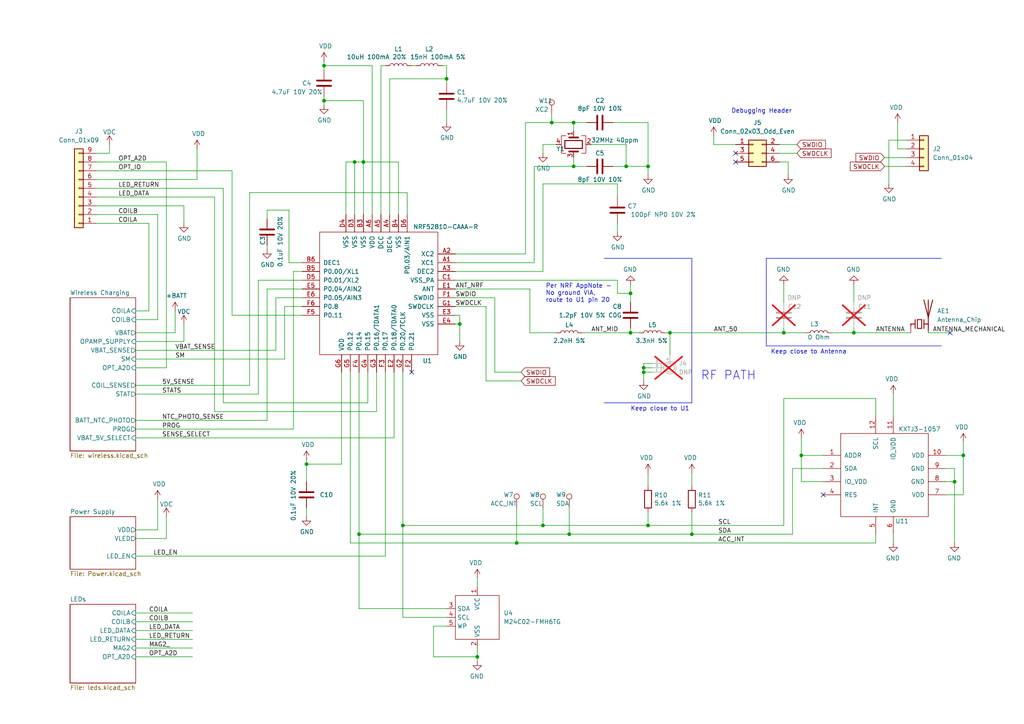
<source format=kicad_sch>
(kicad_sch (version 20250114) (generator "eeschema") (generator_version "9.0")
  (paper "A4")
  (title_block (title "Pixels D20 Schematic, Main") (date "2022-08-26") (rev "13") (company "Systemic Games, LLC") (comment 1 "Main MCU, Accelerometer and Radio"))
  (lib_symbols
    (symbol "Connector_Generic:Conn_01x04" (pin_names (offset 1.016) (hide yes))
      (property "Reference" "J" (at 0 5.08 0))
      (property "Value" "Conn_01x04" (at 0 -7.62 0))
      (symbol "Conn_01x04_1_1"
        (rectangle (start -1.27 3.81) (end 1.27 -6.35) (stroke (width 0.254)) (fill (type background)))
        (rectangle (start -1.27 2.667) (end 0 2.413) (stroke (width 0.1524)))
        (rectangle (start -1.27 0.127) (end 0 -0.127) (stroke (width 0.1524)))
        (rectangle (start -1.27 -2.413) (end 0 -2.667) (stroke (width 0.1524)))
        (rectangle (start -1.27 -4.953) (end 0 -5.207) (stroke (width 0.1524)))
        (pin passive line (at -5.08 2.54 0) (length 3.81) (name "Pin_1") (number "1"))
        (pin passive line (at -5.08 0 0) (length 3.81) (name "Pin_2") (number "2"))
        (pin passive line (at -5.08 -2.54 0) (length 3.81) (name "Pin_3") (number "3"))
        (pin passive line (at -5.08 -5.08 0) (length 3.81) (name "Pin_4") (number "4"))
      )
    )
    (symbol "Connector_Generic:Conn_01x09" (pin_names (offset 1.016) (hide yes))
      (property "Reference" "J" (at 0 12.7 0))
      (property "Value" "Conn_01x09" (at 0 -12.7 0))
      (symbol "Conn_01x09_1_1"
        (rectangle (start -1.27 11.43) (end 1.27 -11.43) (stroke (width 0.254)) (fill (type background)))
        (rectangle (start -1.27 10.287) (end 0 10.033) (stroke (width 0.1524)))
        (rectangle (start -1.27 7.747) (end 0 7.493) (stroke (width 0.1524)))
        (rectangle (start -1.27 5.207) (end 0 4.953) (stroke (width 0.1524)))
        (rectangle (start -1.27 2.667) (end 0 2.413) (stroke (width 0.1524)))
        (rectangle (start -1.27 0.127) (end 0 -0.127) (stroke (width 0.1524)))
        (rectangle (start -1.27 -2.413) (end 0 -2.667) (stroke (width 0.1524)))
        (rectangle (start -1.27 -4.953) (end 0 -5.207) (stroke (width 0.1524)))
        (rectangle (start -1.27 -7.493) (end 0 -7.747) (stroke (width 0.1524)))
        (rectangle (start -1.27 -10.033) (end 0 -10.287) (stroke (width 0.1524)))
        (pin passive line (at -5.08 10.16 0) (length 3.81) (name "Pin_1") (number "1"))
        (pin passive line (at -5.08 7.62 0) (length 3.81) (name "Pin_2") (number "2"))
        (pin passive line (at -5.08 5.08 0) (length 3.81) (name "Pin_3") (number "3"))
        (pin passive line (at -5.08 2.54 0) (length 3.81) (name "Pin_4") (number "4"))
        (pin passive line (at -5.08 0 0) (length 3.81) (name "Pin_5") (number "5"))
        (pin passive line (at -5.08 -2.54 0) (length 3.81) (name "Pin_6") (number "6"))
        (pin passive line (at -5.08 -5.08 0) (length 3.81) (name "Pin_7") (number "7"))
        (pin passive line (at -5.08 -7.62 0) (length 3.81) (name "Pin_8") (number "8"))
        (pin passive line (at -5.08 -10.16 0) (length 3.81) (name "Pin_9") (number "9"))
      )
    )
    (symbol "Connector_Generic:Conn_02x03_Odd_Even" (pin_names (offset 1.016) (hide yes))
      (property "Reference" "J" (at 1.27 5.08 0))
      (property "Value" "Conn_02x03_Odd_Even" (at 1.27 -5.08 0))
      (symbol "Conn_02x03_Odd_Even_1_1"
        (rectangle (start -1.27 3.81) (end 3.81 -3.81) (stroke (width 0.254)) (fill (type background)))
        (rectangle (start -1.27 2.667) (end 0 2.413) (stroke (width 0.1524)))
        (rectangle (start -1.27 0.127) (end 0 -0.127) (stroke (width 0.1524)))
        (rectangle (start -1.27 -2.413) (end 0 -2.667) (stroke (width 0.1524)))
        (rectangle (start 3.81 2.667) (end 2.54 2.413) (stroke (width 0.1524)))
        (rectangle (start 3.81 0.127) (end 2.54 -0.127) (stroke (width 0.1524)))
        (rectangle (start 3.81 -2.413) (end 2.54 -2.667) (stroke (width 0.1524)))
        (pin passive line (at -5.08 2.54 0) (length 3.81) (name "Pin_1") (number "1"))
        (pin passive line (at -5.08 0 0) (length 3.81) (name "Pin_3") (number "3"))
        (pin passive line (at -5.08 -2.54 0) (length 3.81) (name "Pin_5") (number "5"))
        (pin passive line (at 7.62 2.54 180) (length 3.81) (name "Pin_2") (number "2"))
        (pin passive line (at 7.62 0 180) (length 3.81) (name "Pin_4") (number "4"))
        (pin passive line (at 7.62 -2.54 180) (length 3.81) (name "Pin_6") (number "6"))
      )
    )
    (symbol "Device:Antenna_Chip" (pin_numbers (hide yes)) (pin_names (offset 1.016) (hide yes))
      (property "Reference" "AE" (at 0 5.08 0))
      (property "Value" "Antenna_Chip" (at 0 3.175 0))
      (symbol "Antenna_Chip_0_1"
        (polyline (pts (xy -2.54 0) (xy -2.54 -0.635)) (stroke (width 0.254)))
        (polyline (pts (xy -2.54 0) (xy -1.27 0)) (stroke (width 0.254)))
        (polyline (pts (xy -1.27 1.27) (xy -1.27 -1.27) (xy -1.27 0)) (stroke (width 0.254)))
        (polyline (pts (xy -0.635 1.27) (xy 0.635 1.27) (xy 0.635 -1.27) (xy -0.635 -1.27) (xy -0.635 1.27)) (stroke (width 0.254)))
        (polyline (pts (xy 1.27 1.27) (xy 1.27 -1.27)) (stroke (width 0.254)))
        (polyline (pts (xy 1.27 0) (xy 2.54 0)) (stroke (width 0.254)))
        (polyline (pts (xy 2.54 6.985) (xy 2.54 -1.905)) (stroke (width 0.254)))
        (polyline (pts (xy 2.54 -0.635) (xy 2.54 0)))
        (polyline (pts (xy 3.81 6.985) (xy 2.54 1.905) (xy 1.27 6.985)) (stroke (width 0.254)))
      )
      (symbol "Antenna_Chip_1_1"
        (pin input line (at -2.54 -2.54 90) (length 2.54) (name "FEED") (number "1"))
        (pin passive line (at 2.54 -2.54 90) (length 2.54) (name "PCB_Trace") (number "2"))
      )
    )
    (symbol "Device:C" (pin_numbers (hide yes)) (pin_names (offset 0.254))
      (property "Reference" "C" (at 0.635 2.54 0))
      (property "Value" "C" (at 0.635 -2.54 0))
      (symbol "C_0_1"
        (polyline (pts (xy -2.032 0.762) (xy 2.032 0.762)) (stroke (width 0.508)))
        (polyline (pts (xy -2.032 -0.762) (xy 2.032 -0.762)) (stroke (width 0.508)))
      )
      (symbol "C_1_1"
        (pin passive line (at 0 3.81 270) (length 2.794) (name "~") (number "1"))
        (pin passive line (at 0 -3.81 90) (length 2.794) (name "~") (number "2"))
      )
    )
    (symbol "Device:Crystal_GND24" (pin_names (offset 1.016) (hide yes))
      (property "Reference" "Y" (at 3.175 5.08 0))
      (property "Value" "Crystal_GND24" (at 3.175 3.175 0))
      (symbol "Crystal_GND24_0_1"
        (polyline (pts (xy -2.54 2.286) (xy -2.54 3.556) (xy 2.54 3.556) (xy 2.54 2.286)))
        (polyline (pts (xy -2.54 0) (xy -2.032 0)))
        (polyline (pts (xy -2.54 -2.286) (xy -2.54 -3.556) (xy 2.54 -3.556) (xy 2.54 -2.286)))
        (polyline (pts (xy -2.032 -1.27) (xy -2.032 1.27)) (stroke (width 0.508)))
        (rectangle (start -1.143 2.54) (end 1.143 -2.54) (stroke (width 0.3048)))
        (polyline (pts (xy 0 3.556) (xy 0 3.81)))
        (polyline (pts (xy 0 -3.81) (xy 0 -3.556)))
        (polyline (pts (xy 2.032 0) (xy 2.54 0)))
        (polyline (pts (xy 2.032 -1.27) (xy 2.032 1.27)) (stroke (width 0.508)))
      )
      (symbol "Crystal_GND24_1_1"
        (pin passive line (at -3.81 0 0) (length 1.27) (name "1") (number "1"))
        (pin passive line (at 0 5.08 270) (length 1.27) (name "2") (number "2"))
        (pin passive line (at 0 -5.08 90) (length 1.27) (name "4") (number "4"))
        (pin passive line (at 3.81 0 180) (length 1.27) (name "3") (number "3"))
      )
    )
    (symbol "Device:L" (pin_numbers (hide yes)) (pin_names (offset 1.016) (hide yes))
      (property "Reference" "L" (at -1.27 0 90))
      (property "Value" "L" (at 1.905 0 90))
      (symbol "L_0_1"
        (arc (start 0 2.54) (mid 0.6323 1.905) (end 0 1.27))
        (arc (start 0 1.27) (mid 0.6323 0.635) (end 0 0))
        (arc (start 0 0) (mid 0.6323 -0.635) (end 0 -1.27))
        (arc (start 0 -1.27) (mid 0.6323 -1.905) (end 0 -2.54))
      )
      (symbol "L_1_1"
        (pin passive line (at 0 3.81 270) (length 1.27) (name "1") (number "1"))
        (pin passive line (at 0 -3.81 90) (length 1.27) (name "2") (number "2"))
      )
    )
    (symbol "Device:R" (pin_numbers (hide yes)) (pin_names (offset 0))
      (property "Reference" "R" (at 2.032 0 90))
      (property "Value" "R" (at 0 0 90))
      (symbol "R_0_1"
        (rectangle (start -1.016 -2.54) (end 1.016 2.54) (stroke (width 0.254)))
      )
      (symbol "R_1_1"
        (pin passive line (at 0 3.81 270) (length 1.27) (name "~") (number "1"))
        (pin passive line (at 0 -3.81 90) (length 1.27) (name "~") (number "2"))
      )
    )
    (symbol "Pixels-dice:KXTJ3-1057" (pin_names (offset 1.016))
      (property "Reference" "U" (at 10.16 -12.7 0))
      (property "Value" "KXTJ3-1057" (at 8.89 13.97 0))
      (symbol "KXTJ3-1057_0_1"
        (rectangle (start -12.7 12.7) (end 12.7 -11.43))
      )
      (symbol "KXTJ3-1057_1_1"
        (pin input line (at -17.78 6.35 0) (length 5.08) (name "ADDR") (number "1"))
        (pin bidirectional line (at -17.78 2.54 0) (length 5.08) (name "SDA") (number "2"))
        (pin power_in line (at -17.78 -1.27 0) (length 5.08) (name "IO_VDD") (number "3"))
        (pin passive line (at -17.78 -5.08 0) (length 5.08) (name "RES") (number "4"))
        (pin input line (at -2.54 17.78 270) (length 5.08) (name "SCL") (number "12"))
        (pin output line (at -2.54 -16.51 90) (length 5.08) (name "INT") (number "5"))
        (pin power_in line (at 2.54 17.78 270) (length 5.08) (name "IO_VDD") (number "11"))
        (pin power_in line (at 2.54 -16.51 90) (length 5.08) (name "GND") (number "6"))
        (pin power_in line (at 17.78 6.35 180) (length 5.08) (name "VDD") (number "10"))
        (pin power_in line (at 17.78 2.54 180) (length 5.08) (name "GND") (number "9"))
        (pin power_in line (at 17.78 -1.27 180) (length 5.08) (name "GND") (number "8"))
        (pin power_in line (at 17.78 -5.08 180) (length 5.08) (name "VDD") (number "7"))
      )
    )
    (symbol "Pixels-dice:M24C02-FMH6TG"
      (property "Reference" "U" (at 7.62 1.524 0))
      (property "Value" "M24C02-FMH6TG" (at 15.24 -1.524 0))
      (symbol "M24C02-FMH6TG_0_1"
        (rectangle (start -6.35 6.35) (end 6.35 -6.35))
      )
      (symbol "M24C02-FMH6TG_1_1"
        (pin bidirectional line (at -8.89 2.54 0) (length 2.54) (name "SDA") (number "3"))
        (pin input line (at -8.89 0 0) (length 2.54) (name "SCL") (number "4"))
        (pin input line (at -8.89 -2.54 0) (length 2.54) (name "WP") (number "5"))
        (pin power_in line (at 0 8.89 270) (length 2.54) (name "VCC") (number "1"))
        (pin power_in line (at 0 -8.89 90) (length 2.54) (name "VSS") (number "2"))
      )
    )
    (symbol "Pixels-dice:NRF52811-CAAA-R" (pin_names (offset 1.016))
      (property "Reference" "U" (at 13.97 -19.05 0))
      (property "Value" "NRF52811-CAAA-R" (at -7.62 11.43 0))
      (symbol "NRF52811-CAAA-R_0_1"
        (rectangle (start -17.78 17.78) (end 16.51 -17.78))
      )
      (symbol "NRF52811-CAAA-R_1_1"
        (pin power_out line (at -22.86 8.89 0) (length 5.08) (name "DEC1") (number "B6"))
        (pin bidirectional line (at -22.86 6.35 0) (length 5.08) (name "P0.00/XL1") (number "B5"))
        (pin bidirectional line (at -22.86 3.81 0) (length 5.08) (name "P0.01/XL2") (number "D5"))
        (pin bidirectional line (at -22.86 1.27 0) (length 5.08) (name "P0.04/AIN2") (number "E5"))
        (pin bidirectional line (at -22.86 -1.27 0) (length 5.08) (name "P0.05/AIN3") (number "E6"))
        (pin bidirectional line (at -22.86 -3.81 0) (length 5.08) (name "P0.8") (number "F6"))
        (pin bidirectional line (at -22.86 -6.35 0) (length 5.08) (name "P0.11") (number "F5"))
        (pin power_in line (at -11.43 -22.86 90) (length 5.08) (name "VDD") (number "G6"))
        (pin power_in line (at -10.16 22.86 270) (length 5.08) (name "VSS") (number "D4"))
        (pin bidirectional line (at -8.89 -22.86 90) (length 5.08) (name "P0.12") (number "G5"))
        (pin power_in line (at -7.62 22.86 270) (length 5.08) (name "VSS") (number "D3"))
        (pin bidirectional line (at -6.35 -22.86 90) (length 5.08) (name "P0.14") (number "F4"))
        (pin power_in line (at -5.08 22.86 270) (length 5.08) (name "VSS") (number "B3"))
        (pin bidirectional line (at -3.81 -22.86 90) (length 5.08) (name "P0.15") (number "G4"))
        (pin power_in line (at -2.54 22.86 270) (length 5.08) (name "VDD") (number "A6"))
        (pin bidirectional line (at -1.27 -22.86 90) (length 5.08) (name "P0.16/TDATA1") (number "G3"))
        (pin output line (at 0 22.86 270) (length 5.08) (name "DCC") (number "A5"))
        (pin bidirectional line (at 1.27 -22.86 90) (length 5.08) (name "P0.17") (number "F3"))
        (pin output line (at 2.54 22.86 270) (length 5.08) (name "DEC4") (number "A4"))
        (pin bidirectional line (at 3.81 -22.86 90) (length 5.08) (name "P0.18/TDATA0") (number "E2"))
        (pin output line (at 5.08 22.86 270) (length 5.08) (name "VSS") (number "B4"))
        (pin bidirectional line (at 6.35 -22.86 90) (length 5.08) (name "P0.20/TCLK") (number "G2"))
        (pin bidirectional line (at 7.62 22.86 270) (length 5.08) (name "P0.03/AIN1") (number "D6"))
        (pin bidirectional line (at 8.89 -22.86 90) (length 5.08) (name "P0.21") (number "F2"))
        (pin input line (at 21.59 11.43 180) (length 5.08) (name "XC2") (number "A2"))
        (pin output line (at 21.59 8.89 180) (length 5.08) (name "XC1") (number "A1"))
        (pin output line (at 21.59 6.35 180) (length 5.08) (name "DEC2") (number "A3"))
        (pin power_in line (at 21.59 3.81 180) (length 5.08) (name "VSS_PA") (number "C1"))
        (pin output line (at 21.59 1.27 180) (length 5.08) (name "ANT") (number "E1"))
        (pin bidirectional line (at 21.59 -1.27 180) (length 5.08) (name "SWDIO") (number "F1"))
        (pin bidirectional line (at 21.59 -3.81 180) (length 5.08) (name "SWDCLK") (number "G1"))
        (pin power_in line (at 21.59 -6.35 180) (length 5.08) (name "VSS") (number "E3"))
        (pin power_in line (at 21.59 -8.89 180) (length 5.08) (name "VSS") (number "E4"))
      )
    )
    (symbol "Pixels-dice:TEST_1P-conn" (pin_numbers (hide yes)) (pin_names (offset 0.762) (hide yes))
      (property "Reference" "W" (at 0 6.858 0))
      (property "Value" "TEST_1P-conn" (at 0 5.08 0))
      (symbol "TEST_1P-conn_0_1"
        (circle (center 0 3.302) (radius 0.762))
      )
      (symbol "TEST_1P-conn_1_1"
        (pin passive line (at 0 0 90) (length 2.54) (name "1") (number "1"))
      )
    )
    (symbol "Pixels-dice:W.FL"
      (property "Reference" "J" (at 3.81 -1.27 0))
      (property "Value" "W.FL" (at 4.445 1.27 0))
      (symbol "W.FL_0_1"
        (polyline (pts (xy -1.27 -2.54) (xy 1.27 -2.54)))
        (circle (center 0 0) (radius 1.27))
        (circle (center 0 0) (radius 1.7961))
        (polyline (pts (xy 0 -2.54) (xy 0 -1.905)))
      )
      (symbol "W.FL_1_1"
        (pin passive line (at -3.81 0 0) (length 2.54) (name "RF") (number "4"))
        (pin passive line (at -1.27 -5.08 90) (length 2.54) (name "") (number "2"))
        (pin passive line (at 0 -5.08 90) (length 2.54) (name "") (number "3"))
        (pin passive line (at 1.27 -5.08 90) (length 2.54) (name "") (number "1"))
      )
    )
    (symbol "power:+BATT" (power) (pin_names (offset 0))
      (property "Value" "+BATT" (at 0 3.556 0))
      (symbol "+BATT_0_1"
        (polyline (pts (xy -0.762 1.27) (xy 0 2.54)))
        (polyline (pts (xy 0 2.54) (xy 0.762 1.27)))
        (polyline (pts (xy 0 0) (xy 0 2.54)))
      )
      (symbol "+BATT_1_1"
        (pin power_in line (at 0 0 90) (length 0) (hide yes) (name "+BATT") (number "1"))
      )
    )
    (symbol "power:GND" (power) (pin_names (offset 0))
      (property "Value" "GND" (at 0 -3.81 0))
      (symbol "GND_0_1"
        (polyline (pts (xy 0 0) (xy 0 -1.27) (xy 1.27 -1.27) (xy 0 -2.54) (xy -1.27 -1.27) (xy 0 -1.27)))
      )
      (symbol "GND_1_1"
        (pin power_in line (at 0 0 270) (length 0) (hide yes) (name "GND") (number "1"))
      )
    )
    (symbol "power:VDC" (power) (pin_names (offset 0))
      (property "Value" "VDC" (at 0 6.35 0))
      (symbol "VDC_0_1"
        (polyline (pts (xy -0.762 1.27) (xy 0 2.54)))
        (polyline (pts (xy 0 2.54) (xy 0.762 1.27)))
        (polyline (pts (xy 0 0) (xy 0 2.54)))
      )
      (symbol "VDC_1_1"
        (pin power_in line (at 0 0 90) (length 0) (hide yes) (name "VDC") (number "1"))
      )
    )
    (symbol "power:VDD" (power) (pin_names (offset 0))
      (property "Value" "VDD" (at 0 3.81 0))
      (symbol "VDD_0_1"
        (polyline (pts (xy -0.762 1.27) (xy 0 2.54)))
        (polyline (pts (xy 0 2.54) (xy 0.762 1.27)))
        (polyline (pts (xy 0 0) (xy 0 2.54)))
      )
      (symbol "VDD_1_1"
        (pin power_in line (at 0 0 90) (length 0) (hide yes) (name "VDD") (number "1"))
      )
    )
  )
  (text "Per NRF AppNote -\nNo ground VIA,\nroute to U1 pin 20" (at 158.242 87.884 0) (effects (font (size 1.27 1.27)) (justify left bottom)))
  (text "RF PATH" (at 203.2 110.49 0) (effects (font (size 2.54 2.54)) (justify left bottom)))
  (text "Keep close to Antenna" (at 223.52 102.87 0) (effects (font (size 1.27 1.27)) (justify left bottom)))
  (text "Debugging Header" (at 212.09 33.02 0) (effects (font (size 1.27 1.27)) (justify left bottom)))
  (text "Keep close to U1" (at 182.88 119.38 0) (effects (font (size 1.27 1.27)) (justify left bottom)))
  (junction (at 138.43 190.5))
  (junction (at 105.41 46.99))
  (junction (at 181.61 48.26))
  (junction (at 276.86 139.7))
  (junction (at 194.31 96.52))
  (junction (at 232.41 132.08))
  (junction (at 160.02 35.56))
  (junction (at 187.96 152.4))
  (junction (at 166.37 48.26))
  (junction (at 149.86 157.48))
  (junction (at 104.14 154.94))
  (junction (at 165.1 154.94))
  (junction (at 200.66 154.94))
  (junction (at 182.88 96.52))
  (junction (at 227.33 96.52))
  (junction (at 116.84 152.4))
  (junction (at 129.54 22.86))
  (junction (at 182.88 85.09))
  (junction (at 93.98 19.05))
  (junction (at 88.9 134.62))
  (junction (at 247.65 96.52))
  (junction (at 187.96 48.26))
  (junction (at 133.35 93.98))
  (junction (at 157.48 152.4))
  (junction (at 93.98 29.21))
  (junction (at 279.4 132.08))
  (junction (at 102.87 46.99))
  (junction (at 186.69 107.95))
  (junction (at 166.37 35.56))
  (junction (at 186.69 106.68))
  (no_connect (at 238.76 143.51))
  (no_connect (at 275.59 96.52))
  (no_connect (at 213.36 44.45))
  (no_connect (at 119.38 107.95))
  (no_connect (at 213.36 46.99))
  (wire (pts (xy 274.32 139.7) (xy 276.86 139.7)))
  (wire (pts (xy 105.41 29.21) (xy 93.98 29.21)))
  (wire (pts (xy 105.41 62.23) (xy 105.41 46.99)))
  (wire (pts (xy 125.73 190.5) (xy 138.43 190.5)))
  (wire (pts (xy 149.86 147.32) (xy 149.86 157.48)))
  (wire (pts (xy 181.61 41.91) (xy 181.61 48.26)))
  (wire (pts (xy 160.02 35.56) (xy 166.37 35.56)))
  (wire (pts (xy 256.54 45.72) (xy 262.89 45.72)))
  (wire (pts (xy 39.37 187.96) (xy 55.88 187.96)))
  (wire (pts (xy 154.94 76.2) (xy 154.94 48.26)))
  (wire (pts (xy 93.98 17.78) (xy 93.98 19.05)))
  (wire (pts (xy 48.26 149.86) (xy 48.26 156.21)))
  (wire (pts (xy 177.8 48.26) (xy 181.61 48.26)))
  (wire (pts (xy 140.97 110.49) (xy 151.13 110.49)))
  (wire (pts (xy 132.08 73.66) (xy 152.4 73.66)))
  (wire (pts (xy 74.93 81.28) (xy 87.63 81.28)))
  (wire (pts (xy 77.47 83.82) (xy 77.47 121.92)))
  (wire (pts (xy 259.08 154.94) (xy 259.08 157.48)))
  (polyline (pts (xy 222.25 74.93) (xy 222.25 100.33)))
  (wire (pts (xy 39.37 104.14) (xy 82.55 104.14)))
  (wire (pts (xy 129.54 176.53) (xy 104.14 176.53)))
  (wire (pts (xy 187.96 35.56) (xy 187.96 48.26)))
  (wire (pts (xy 166.37 35.56) (xy 170.18 35.56)))
  (wire (pts (xy 189.23 106.68) (xy 186.69 106.68)))
  (wire (pts (xy 39.37 114.3) (xy 74.93 114.3)))
  (wire (pts (xy 213.36 41.91) (xy 207.01 41.91)))
  (polyline (pts (xy 222.25 100.33) (xy 273.05 100.33)))
  (wire (pts (xy 27.94 46.99) (xy 48.26 46.99)))
  (wire (pts (xy 39.37 190.5) (xy 55.88 190.5)))
  (wire (pts (xy 132.08 83.82) (xy 153.67 83.82)))
  (wire (pts (xy 39.37 156.21) (xy 48.26 156.21)))
  (wire (pts (xy 257.81 40.64) (xy 257.81 53.34)))
  (wire (pts (xy 116.84 152.4) (xy 116.84 179.07)))
  (wire (pts (xy 254 120.65) (xy 254 115.57)))
  (wire (pts (xy 186.69 105.41) (xy 186.69 106.68)))
  (wire (pts (xy 27.94 64.77) (xy 43.18 64.77)))
  (wire (pts (xy 27.94 57.15) (xy 62.23 57.15)))
  (wire (pts (xy 118.11 55.88) (xy 118.11 62.23)))
  (wire (pts (xy 116.84 107.95) (xy 116.84 152.4)))
  (wire (pts (xy 129.54 31.75) (xy 129.54 35.56)))
  (wire (pts (xy 39.37 111.76) (xy 72.39 111.76)))
  (wire (pts (xy 111.76 19.05) (xy 110.49 19.05)))
  (wire (pts (xy 88.9 134.62) (xy 88.9 139.7)))
  (wire (pts (xy 132.08 81.28) (xy 179.07 81.28)))
  (wire (pts (xy 77.47 83.82) (xy 87.63 83.82)))
  (wire (pts (xy 228.6 46.99) (xy 228.6 50.8)))
  (wire (pts (xy 88.9 134.62) (xy 99.06 134.62)))
  (wire (pts (xy 149.86 157.48) (xy 254 157.48)))
  (wire (pts (xy 39.37 127) (xy 114.3 127)))
  (wire (pts (xy 62.23 119.38) (xy 109.22 119.38)))
  (wire (pts (xy 152.4 73.66) (xy 152.4 35.56)))
  (wire (pts (xy 226.06 44.45) (xy 231.14 44.45)))
  (wire (pts (xy 53.34 93.98) (xy 53.34 99.06)))
  (wire (pts (xy 45.72 92.71) (xy 39.37 92.71)))
  (wire (pts (xy 179.07 85.09) (xy 182.88 85.09)))
  (wire (pts (xy 274.32 135.89) (xy 276.86 135.89)))
  (wire (pts (xy 132.08 86.36) (xy 143.51 86.36)))
  (wire (pts (xy 276.86 139.7) (xy 276.86 157.48)))
  (wire (pts (xy 102.87 46.99) (xy 105.41 46.99)))
  (wire (pts (xy 57.15 52.07) (xy 27.94 52.07)))
  (wire (pts (xy 153.67 96.52) (xy 161.29 96.52)))
  (wire (pts (xy 39.37 106.68) (xy 48.26 106.68)))
  (wire (pts (xy 238.76 139.7) (xy 232.41 139.7)))
  (wire (pts (xy 133.35 91.44) (xy 133.35 93.98)))
  (wire (pts (xy 88.9 134.62) (xy 88.9 133.35)))
  (wire (pts (xy 102.87 46.99) (xy 102.87 62.23)))
  (wire (pts (xy 116.84 152.4) (xy 157.48 152.4)))
  (wire (pts (xy 189.23 107.95) (xy 186.69 107.95)))
  (wire (pts (xy 143.51 107.95) (xy 151.13 107.95)))
  (wire (pts (xy 168.91 96.52) (xy 182.88 96.52)))
  (wire (pts (xy 62.23 57.15) (xy 62.23 119.38)))
  (wire (pts (xy 161.29 41.91) (xy 157.48 41.91)))
  (wire (pts (xy 85.09 78.74) (xy 87.63 78.74)))
  (wire (pts (xy 64.77 54.61) (xy 64.77 116.84)))
  (wire (pts (xy 48.26 106.68) (xy 48.26 46.99)))
  (wire (pts (xy 238.76 135.89) (xy 229.87 135.89)))
  (wire (pts (xy 80.01 86.36) (xy 80.01 101.6)))
  (wire (pts (xy 232.41 139.7) (xy 232.41 132.08)))
  (wire (pts (xy 93.98 19.05) (xy 93.98 20.32)))
  (wire (pts (xy 27.94 44.45) (xy 31.75 44.45)))
  (wire (pts (xy 179.07 81.28) (xy 179.07 85.09)))
  (wire (pts (xy 129.54 22.86) (xy 129.54 24.13)))
  (wire (pts (xy 45.72 153.67) (xy 45.72 144.78)))
  (wire (pts (xy 186.69 106.68) (xy 186.69 107.95)))
  (wire (pts (xy 194.31 96.52) (xy 194.31 102.87)))
  (wire (pts (xy 125.73 181.61) (xy 125.73 190.5)))
  (wire (pts (xy 31.75 44.45) (xy 31.75 41.91)))
  (wire (pts (xy 279.4 143.51) (xy 274.32 143.51)))
  (wire (pts (xy 128.27 19.05) (xy 129.54 19.05)))
  (wire (pts (xy 129.54 22.86) (xy 113.03 22.86)))
  (wire (pts (xy 165.1 154.94) (xy 200.66 154.94)))
  (wire (pts (xy 101.6 157.48) (xy 149.86 157.48)))
  (wire (pts (xy 193.04 96.52) (xy 194.31 96.52)))
  (wire (pts (xy 177.8 35.56) (xy 187.96 35.56)))
  (wire (pts (xy 200.66 148.59) (xy 200.66 154.94)))
  (wire (pts (xy 39.37 124.46) (xy 85.09 124.46)))
  (wire (pts (xy 72.39 55.88) (xy 72.39 111.76)))
  (wire (pts (xy 118.11 55.88) (xy 72.39 55.88)))
  (wire (pts (xy 74.93 114.3) (xy 74.93 81.28)))
  (polyline (pts (xy 175.26 116.84) (xy 200.66 116.84)))
  (wire (pts (xy 104.14 107.95) (xy 104.14 154.94)))
  (wire (pts (xy 67.31 49.53) (xy 67.31 91.44)))
  (wire (pts (xy 256.54 48.26) (xy 262.89 48.26)))
  (wire (pts (xy 104.14 176.53) (xy 104.14 154.94)))
  (wire (pts (xy 100.33 62.23) (xy 100.33 46.99)))
  (wire (pts (xy 154.94 48.26) (xy 166.37 48.26)))
  (wire (pts (xy 247.65 82.55) (xy 247.65 87.63)))
  (wire (pts (xy 279.4 128.27) (xy 279.4 132.08)))
  (wire (pts (xy 39.37 99.06) (xy 53.34 99.06)))
  (wire (pts (xy 187.96 148.59) (xy 187.96 152.4)))
  (wire (pts (xy 260.35 43.18) (xy 262.89 43.18)))
  (wire (pts (xy 260.35 35.56) (xy 260.35 43.18)))
  (wire (pts (xy 227.33 96.52) (xy 233.68 96.52)))
  (wire (pts (xy 27.94 54.61) (xy 64.77 54.61)))
  (wire (pts (xy 194.31 96.52) (xy 227.33 96.52)))
  (wire (pts (xy 257.81 40.64) (xy 262.89 40.64)))
  (wire (pts (xy 27.94 62.23) (xy 45.72 62.23)))
  (wire (pts (xy 43.18 90.17) (xy 39.37 90.17)))
  (wire (pts (xy 138.43 167.64) (xy 138.43 170.18)))
  (polyline (pts (xy 200.66 74.93) (xy 200.66 116.84)))
  (wire (pts (xy 166.37 48.26) (xy 170.18 48.26)))
  (wire (pts (xy 132.08 91.44) (xy 133.35 91.44)))
  (wire (pts (xy 57.15 43.18) (xy 57.15 52.07)))
  (wire (pts (xy 182.88 82.55) (xy 182.88 85.09)))
  (wire (pts (xy 179.07 53.34) (xy 179.07 57.15)))
  (wire (pts (xy 88.9 147.32) (xy 88.9 149.86)))
  (wire (pts (xy 93.98 29.21) (xy 93.98 30.48)))
  (wire (pts (xy 279.4 132.08) (xy 279.4 143.51)))
  (wire (pts (xy 200.66 137.16) (xy 200.66 140.97)))
  (wire (pts (xy 157.48 152.4) (xy 187.96 152.4)))
  (wire (pts (xy 138.43 190.5) (xy 138.43 191.77)))
  (wire (pts (xy 152.4 35.56) (xy 160.02 35.56)))
  (wire (pts (xy 229.87 135.89) (xy 229.87 154.94)))
  (wire (pts (xy 254 115.57) (xy 227.33 115.57)))
  (wire (pts (xy 39.37 182.88) (xy 55.88 182.88)))
  (wire (pts (xy 39.37 153.67) (xy 45.72 153.67)))
  (wire (pts (xy 186.69 107.95) (xy 186.69 110.49)))
  (wire (pts (xy 39.37 121.92) (xy 77.47 121.92)))
  (wire (pts (xy 129.54 19.05) (xy 129.54 22.86)))
  (wire (pts (xy 200.66 154.94) (xy 229.87 154.94)))
  (wire (pts (xy 241.3 96.52) (xy 247.65 96.52)))
  (wire (pts (xy 109.22 107.95) (xy 109.22 119.38)))
  (wire (pts (xy 226.06 46.99) (xy 228.6 46.99)))
  (wire (pts (xy 39.37 185.42) (xy 55.88 185.42)))
  (wire (pts (xy 85.09 78.74) (xy 85.09 124.46)))
  (wire (pts (xy 87.63 76.2) (xy 83.82 76.2)))
  (wire (pts (xy 227.33 82.55) (xy 227.33 87.63)))
  (wire (pts (xy 107.95 19.05) (xy 93.98 19.05)))
  (wire (pts (xy 140.97 88.9) (xy 140.97 110.49)))
  (wire (pts (xy 43.18 64.77) (xy 43.18 90.17)))
  (wire (pts (xy 105.41 46.99) (xy 105.41 29.21)))
  (wire (pts (xy 171.45 41.91) (xy 181.61 41.91)))
  (polyline (pts (xy 175.26 74.93) (xy 200.66 74.93)))
  (wire (pts (xy 64.77 116.84) (xy 106.68 116.84)))
  (wire (pts (xy 80.01 101.6) (xy 39.37 101.6)))
  (wire (pts (xy 106.68 107.95) (xy 106.68 116.84)))
  (wire (pts (xy 111.76 161.29) (xy 111.76 107.95)))
  (wire (pts (xy 153.67 83.82) (xy 153.67 96.52)))
  (wire (pts (xy 82.55 104.14) (xy 82.55 88.9)))
  (polyline (pts (xy 222.25 74.93) (xy 273.05 74.93)))
  (wire (pts (xy 132.08 88.9) (xy 140.97 88.9)))
  (wire (pts (xy 165.1 147.32) (xy 165.1 154.94)))
  (wire (pts (xy 27.94 49.53) (xy 67.31 49.53)))
  (wire (pts (xy 77.47 71.12) (xy 77.47 72.39)))
  (wire (pts (xy 259.08 114.3) (xy 259.08 120.65)))
  (wire (pts (xy 67.31 91.44) (xy 87.63 91.44)))
  (wire (pts (xy 39.37 180.34) (xy 55.88 180.34)))
  (wire (pts (xy 132.08 93.98) (xy 133.35 93.98)))
  (wire (pts (xy 115.57 62.23) (xy 115.57 46.99)))
  (wire (pts (xy 110.49 19.05) (xy 110.49 62.23)))
  (wire (pts (xy 45.72 62.23) (xy 45.72 92.71)))
  (wire (pts (xy 100.33 46.99) (xy 102.87 46.99)))
  (wire (pts (xy 115.57 46.99) (xy 105.41 46.99)))
  (wire (pts (xy 138.43 187.96) (xy 138.43 190.5)))
  (wire (pts (xy 232.41 132.08) (xy 238.76 132.08)))
  (wire (pts (xy 157.48 147.32) (xy 157.48 152.4)))
  (wire (pts (xy 83.82 60.96) (xy 77.47 60.96)))
  (wire (pts (xy 182.88 95.25) (xy 182.88 96.52)))
  (wire (pts (xy 187.96 137.16) (xy 187.96 140.97)))
  (wire (pts (xy 143.51 86.36) (xy 143.51 107.95)))
  (wire (pts (xy 53.34 59.69) (xy 27.94 59.69)))
  (wire (pts (xy 129.54 179.07) (xy 116.84 179.07)))
  (wire (pts (xy 93.98 27.94) (xy 93.98 29.21)))
  (wire (pts (xy 160.02 33.02) (xy 160.02 35.56)))
  (wire (pts (xy 232.41 132.08) (xy 232.41 127)))
  (wire (pts (xy 157.48 53.34) (xy 157.48 78.74)))
  (wire (pts (xy 113.03 22.86) (xy 113.03 62.23)))
  (wire (pts (xy 181.61 48.26) (xy 187.96 48.26)))
  (wire (pts (xy 247.65 96.52) (xy 264.16 96.52)))
  (wire (pts (xy 39.37 161.29) (xy 111.76 161.29)))
  (wire (pts (xy 182.88 96.52) (xy 185.42 96.52)))
  (wire (pts (xy 254 154.94) (xy 254 157.48)))
  (wire (pts (xy 207.01 41.91) (xy 207.01 39.37)))
  (wire (pts (xy 39.37 96.52) (xy 50.8 96.52)))
  (wire (pts (xy 187.96 152.4) (xy 227.33 152.4)))
  (wire (pts (xy 101.6 107.95) (xy 101.6 157.48)))
  (wire (pts (xy 114.3 107.95) (xy 114.3 127)))
  (wire (pts (xy 279.4 132.08) (xy 274.32 132.08)))
  (wire (pts (xy 182.88 85.09) (xy 182.88 87.63)))
  (wire (pts (xy 179.07 64.77) (xy 179.07 67.31)))
  (wire (pts (xy 276.86 135.89) (xy 276.86 139.7)))
  (wire (pts (xy 157.48 41.91) (xy 157.48 44.45)))
  (wire (pts (xy 119.38 19.05) (xy 120.65 19.05)))
  (wire (pts (xy 82.55 88.9) (xy 87.63 88.9)))
  (wire (pts (xy 187.96 48.26) (xy 187.96 50.8)))
  (wire (pts (xy 166.37 45.72) (xy 166.37 48.26)))
  (wire (pts (xy 133.35 93.98) (xy 133.35 99.06)))
  (wire (pts (xy 166.37 38.1) (xy 166.37 35.56)))
  (wire (pts (xy 179.07 53.34) (xy 157.48 53.34)))
  (wire (pts (xy 247.65 95.25) (xy 247.65 96.52)))
  (wire (pts (xy 269.24 96.52) (xy 275.59 96.52)))
  (wire (pts (xy 83.82 60.96) (xy 83.82 76.2)))
  (wire (pts (xy 77.47 60.96) (xy 77.47 63.5)))
  (wire (pts (xy 107.95 19.05) (xy 107.95 62.23)))
  (wire (pts (xy 129.54 181.61) (xy 125.73 181.61)))
  (wire (pts (xy 53.34 59.69) (xy 53.34 64.77)))
  (wire (pts (xy 226.06 41.91) (xy 231.14 41.91)))
  (wire (pts (xy 189.23 105.41) (xy 186.69 105.41)))
  (wire (pts (xy 227.33 115.57) (xy 227.33 152.4)))
  (wire (pts (xy 132.08 76.2) (xy 154.94 76.2)))
  (wire (pts (xy 39.37 177.8) (xy 55.88 177.8)))
  (wire (pts (xy 99.06 107.95) (xy 99.06 134.62)))
  (wire (pts (xy 50.8 90.17) (xy 50.8 96.52)))
  (wire (pts (xy 80.01 86.36) (xy 87.63 86.36)))
  (wire (pts (xy 227.33 95.25) (xy 227.33 96.52)))
  (wire (pts (xy 132.08 78.74) (xy 157.48 78.74)))
  (wire (pts (xy 104.14 154.94) (xy 165.1 154.94)))
  (label "COILB" (at 43.18 180.34 0))
  (label "SM" (at 50.8 104.14 0))
  (label "ANTENNA_MECHANICAL" (at 270.51 96.52 0))
  (label "PROG" (at 46.99 124.46 0))
  (label "ACC_INT" (at 208.28 157.48 0))
  (label "ANT_50" (at 207.01 96.52 0))
  (label "SWDCLK" (at 132.08 88.9 0))
  (label "VBAT_SENSE" (at 50.8 101.6 0))
  (label "SENSE_SELECT" (at 46.99 127 0))
  (label "OPT_IO" (at 34.29 49.53 0))
  (label "5V_SENSE" (at 46.99 111.76 0))
  (label "COILA" (at 43.18 177.8 0))
  (label "NTC_PHOTO_SENSE" (at 46.99 121.92 0))
  (label "ANT_NRF" (at 132.08 83.82 0))
  (label "MAG2_" (at 43.18 187.96 0))
  (label "COILB" (at 34.29 62.23 0))
  (label "SDA" (at 208.28 154.94 0))
  (label "LED_RETURN" (at 43.18 185.42 0))
  (label "LED_DATA" (at 43.18 182.88 0))
  (label "OPT_A2D" (at 43.18 190.5 0))
  (label "LED_EN" (at 44.45 161.29 0))
  (label "ANTENNA" (at 254 96.52 0))
  (label "SWDIO" (at 132.08 86.36 0))
  (label "COILA" (at 34.29 64.77 0))
  (label "LED_RETURN" (at 34.29 54.61 0))
  (label "ANT_MID" (at 171.45 96.52 0))
  (label "LED_DATA" (at 34.29 57.15 0))
  (label "SCL" (at 208.28 152.4 0))
  (label "OPT_A2D" (at 34.29 46.99 0))
  (label "STATS" (at 46.99 114.3 0))
  (global_label "SWDCLK" (shape input) (at 231.14 44.45 0) (property "Intersheetrefs" "${INTERSHEET_REFS}" (effects (hide yes))))
  (global_label "SWDIO" (shape input) (at 151.13 107.95 0) (property "Intersheetrefs" "${INTERSHEET_REFS}" (effects (hide yes))))
  (global_label "SWDCLK" (shape input) (at 256.54 48.26 180) (property "Intersheetrefs" "${INTERSHEET_REFS}" (effects (hide yes))))
  (global_label "SWDIO" (shape input) (at 231.14 41.91 0) (property "Intersheetrefs" "${INTERSHEET_REFS}" (effects (hide yes))))
  (global_label "SWDCLK" (shape input) (at 151.13 110.49 0) (property "Intersheetrefs" "${INTERSHEET_REFS}" (effects (hide yes))))
  (global_label "SWDIO" (shape input) (at 256.54 45.72 180) (property "Intersheetrefs" "${INTERSHEET_REFS}" (effects (hide yes))))
  (symbol (lib_id "power:GND") (at 88.9 149.86 0) (unit 1)
    (property "Reference" "#PWR016" (effects (hide yes)))
    (property "Value" "GND" (at 89.027 154.2542 0))
  )
  (symbol (lib_id "power:VDD") (at 88.9 133.35 0) (unit 1)
    (property "Reference" "#PWR014" (effects (hide yes)))
    (property "Value" "VDD" (at 89.3318 128.9558 0))
  )
  (symbol (lib_id "Device:C") (at 88.9 143.51 0) (unit 1)
    (property "Reference" "C10" (at 92.71 143.51 0) (effects (justify left)))
    (property "Value" "0.1uF 10V 20%" (at 85.09 151.13 90) (effects (justify left)))
    (property "Footprint" "Capacitor_SMD:C_0201_0603Metric" (effects (hide yes)))
    (property "Generic OK" "YES" (effects (hide yes)))
    (property "Manufacturer" "HRE" (effects (hide yes)))
    (property "Part Number" "CGA0201X5R104K100ET" (effects (hide yes)))
    (property "LCSC Part #" "C6119757" (effects (hide yes)))
  )
  (symbol (lib_id "power:GND") (at 93.98 30.48 0) (unit 1)
    (property "Reference" "#PWR08" (effects (hide yes)))
    (property "Value" "GND" (at 94.107 34.8742 0))
  )
  (symbol (lib_id "power:VDD") (at 93.98 17.78 0) (unit 1)
    (property "Reference" "#PWR01" (effects (hide yes)))
    (property "Value" "VDD" (at 94.4118 13.3858 0))
  )
  (symbol (lib_id "Device:C") (at 93.98 24.13 0) (unit 1)
    (property "Reference" "C4" (at 87.63 24.13 0) (effects (justify left)))
    (property "Value" "4.7uF 10V 20%" (at 78.74 26.67 0) (effects (justify left)))
    (property "Footprint" "Pixels-dice:C_0402_1005Metric" (effects (hide yes)))
    (property "Generic OK" "YES" (effects (hide yes)))
    (property "Manufacturer" "Murata" (effects (hide yes)))
    (property "Part Number" "GRM155R61A475MEAAJ" (effects (hide yes)))
    (property "Alternate Manufacturer" "Samsung Electro-Mechanics" (effects (hide yes)))
    (property "Alternate PN" "CL05A475MP5NRNC" (effects (hide yes)))
    (property "Alternate LCSC Part #" "C23733" (effects (hide yes)))
    (property "LCSC Part #" "C1849652" (effects (hide yes)))
  )
  (symbol (lib_id "power:GND") (at 77.47 72.39 0) (unit 1)
    (property "Reference" "#PWR05" (effects (hide yes)))
    (property "Value" "GND" (at 77.597 76.7842 0))
  )
  (symbol (lib_id "Device:C") (at 77.47 67.31 0) (unit 1)
    (property "Reference" "C3" (at 76.2 71.12 90) (effects (justify left)))
    (property "Value" "0.1uF 10V 20%" (at 81.28 77.47 90) (effects (justify left)))
    (property "Footprint" "Capacitor_SMD:C_0201_0603Metric" (effects (hide yes)))
    (property "Generic OK" "YES" (effects (hide yes)))
    (property "Manufacturer" "HRE" (effects (hide yes)))
    (property "Part Number" "CGA0201X5R104K100ET" (effects (hide yes)))
    (property "LCSC Part #" "C6119757" (effects (hide yes)))
  )
  (symbol (lib_id "Device:L") (at 115.57 19.05 90) (unit 1)
    (property "Reference" "L1" (at 115.57 14.224 90))
    (property "Value" "10uH 100mA 20%" (at 109.22 16.51 90))
    (property "Footprint" "Pixels-dice:C_1.2x1.8" (effects (hide yes)))
    (property "Generic OK" "YES" (effects (hide yes)))
    (property "Manufacturer" "Sunltech Tech" (effects (hide yes)))
    (property "Part Number" "SLC1608F100KTT" (effects (hide yes)))
    (property "LCSC Part #" "C411908" (effects (hide yes)))
  )
  (symbol (lib_id "Device:L") (at 124.46 19.05 90) (unit 1)
    (property "Reference" "L2" (at 124.46 14.224 90))
    (property "Value" "15nH 100mA 5%" (at 127 16.51 90))
    (property "Footprint" "Inductor_SMD:L_0402_1005Metric" (effects (hide yes)))
    (property "Generic OK" "YES" (effects (hide yes)))
    (property "Manufacturer" "FH" (effects (hide yes)))
    (property "Part Number" "VHF100505H15NKT" (effects (hide yes)))
    (property "LCSC Part #" "C381880" (effects (hide yes)))
  )
  (symbol (lib_id "Device:C") (at 129.54 27.94 0) (unit 1)
    (property "Reference" "C1" (at 132.461 26.7716 0) (effects (justify left)))
    (property "Value" "4.7uF 10V 20%" (at 132.461 29.083 0) (effects (justify left)))
    (property "Footprint" "Pixels-dice:C_0402_1005Metric" (effects (hide yes)))
    (property "Generic OK" "YES" (effects (hide yes)))
    (property "Manufacturer" "Murata" (effects (hide yes)))
    (property "Part Number" "GRM155R61A475MEAAJ" (effects (hide yes)))
    (property "Alternate Manufacturer" "Samsung Electro-Mechanics" (effects (hide yes)))
    (property "Alternate PN" "CL05A475MP5NRNC" (effects (hide yes)))
    (property "Alternate LCSC Part #" "C23733" (effects (hide yes)))
    (property "LCSC Part #" "C1849652" (effects (hide yes)))
  )
  (symbol (lib_id "power:GND") (at 129.54 35.56 0) (unit 1)
    (property "Reference" "#PWR03" (effects (hide yes)))
    (property "Value" "GND" (at 129.667 39.9542 0))
  )
  (symbol (lib_id "Device:Crystal_GND24") (at 166.37 41.91 270) (unit 1)
    (property "Reference" "Y1" (at 161.29 43.18 90) (effects (justify left)))
    (property "Value" "32MHz 40ppm" (at 171.45 40.64 90) (effects (justify left)))
    (property "Footprint" "Pixels-dice:SX16Y032000B81T001" (effects (hide yes)))
    (property "Generic OK" "YES" (effects (hide yes)))
    (property "Manufacturer" "TKD" (effects (hide yes)))
    (property "Part Number" "SX16Y032000B81T001" (effects (hide yes)))
    (property "Alternate Manufacturer" "TXC Corp" (effects (hide yes)))
    (property "Alternate PN" "8Q32000002" (effects (hide yes)))
    (property "Alternate LCSC Part #" "C5203640" (effects (hide yes)))
    (property "LCSC Part #" "C20623629" (effects (hide yes)))
  )
  (symbol (lib_id "Device:C") (at 173.99 35.56 270) (unit 1)
    (property "Reference" "C2" (at 173.99 29.1592 90))
    (property "Value" "8pF 10V 10%" (at 173.99 31.4706 90))
    (property "Footprint" "Capacitor_SMD:C_0201_0603Metric" (effects (hide yes)))
    (property "Generic OK" "YES" (effects (hide yes)))
    (property "Manufacturer" "FH (Guangdong Fenghua Advanced Tech)" (effects (hide yes)))
    (property "Part Number" "0201CG8R0C500NT" (effects (hide yes)))
    (property "LCSC Part #" "C501818" (effects (hide yes)))
  )
  (symbol (lib_id "Device:C") (at 173.99 48.26 270) (unit 1)
    (property "Reference" "C5" (at 173.99 44.45 90))
    (property "Value" "8pF 10V 10%" (at 173.99 52.07 90))
    (property "Footprint" "Capacitor_SMD:C_0201_0603Metric" (effects (hide yes)))
    (property "Generic OK" "YES" (effects (hide yes)))
    (property "Manufacturer" "FH (Guangdong Fenghua Advanced Tech)" (effects (hide yes)))
    (property "Part Number" "0201CG8R0C500NT" (effects (hide yes)))
    (property "LCSC Part #" "C501818" (effects (hide yes)))
  )
  (symbol (lib_id "power:GND") (at 187.96 50.8 0) (unit 1)
    (property "Reference" "#PWR09" (effects (hide yes)))
    (property "Value" "GND" (at 188.087 55.1942 0))
  )
  (symbol (lib_id "power:GND") (at 179.07 67.31 0) (unit 1)
    (property "Reference" "#PWR011" (effects (hide yes)))
    (property "Value" "GND" (at 179.197 71.7042 0))
  )
  (symbol (lib_id "Device:C") (at 179.07 60.96 0) (unit 1)
    (property "Reference" "C7" (at 181.991 59.7916 0) (effects (justify left)))
    (property "Value" "100pF NP0 10V 2%" (at 182.88 62.23 0) (effects (justify left)))
    (property "Footprint" "Capacitor_SMD:C_0201_0603Metric" (effects (hide yes)))
    (property "Generic OK" "YES" (effects (hide yes)))
    (property "Manufacturer" "HRE" (effects (hide yes)))
    (property "Part Number" "CGA0201C0G101J500ET" (effects (hide yes)))
    (property "Alternate Manufacturer" "EYANG(Shenzhen Eyang Tech Development)" (effects (hide yes)))
    (property "Alternate PN" "C0201C0G101J500NTA" (effects (hide yes)))
    (property "Alternate LCSC Part #" "C115540" (effects (hide yes)))
    (property "LCSC Part #" "C20069263" (effects (hide yes)))
  )
  (symbol (lib_id "Device:C") (at 182.88 91.44 180) (unit 1)
    (property "Reference" "C8" (at 180.34 88.9 0) (effects (justify left)))
    (property "Value" "1.2pF 10V 5% C0G" (at 180.34 91.44 0) (effects (justify left)))
    (property "Footprint" "Pixels-dice:0402_RF" (effects (hide yes)))
    (property "Generic OK" "YES" (effects (hide yes)))
    (property "Manufacturer" "HRE" (effects (hide yes)))
    (property "Part Number" "CGA0402C0G1R2C500GT" (effects (hide yes)))
    (property "Alternate Manufacturer" "VIIYONG" (effects (hide yes)))
    (property "Alternate PN" "V1R2B0402C0G500NBT" (effects (hide yes)))
    (property "Alternate LCSC Part #" "C513431" (effects (hide yes)))
    (property "LCSC Part #" "C20069293" (effects (hide yes)))
  )
  (symbol (lib_id "power:GND") (at 182.88 82.55 180) (unit 1)
    (property "Reference" "#PWR012" (effects (hide yes)))
    (property "Value" "GND" (at 182.753 78.1558 0))
  )
  (symbol (lib_id "power:GND") (at 157.48 44.45 0) (unit 1)
    (property "Reference" "#PWR06" (effects (hide yes)))
    (property "Value" "GND" (at 157.607 48.8442 0))
  )
  (symbol (lib_id "power:VDD") (at 45.72 144.78 0) (unit 1)
    (property "Reference" "#PWR021" (effects (hide yes)))
    (property "Value" "VDD" (at 46.1518 140.3858 0))
  )
  (symbol (lib_id "Pixels-dice:TEST_1P-conn") (at 149.86 147.32 0) (unit 1) (in_bom no)
    (property "Reference" "W7" (at 146.05 143.51 0) (effects (justify left)))
    (property "Value" "ACC_INT" (at 142.24 146.05 0) (effects (justify left)))
    (property "Footprint" "Pixels-dice:TEST_PIN" (effects (hide yes)))
    (property "Generic OK" "N/A" (effects (hide yes)))
  )
  (symbol (lib_id "Pixels-dice:TEST_1P-conn") (at 157.48 147.32 0) (unit 1) (in_bom no)
    (property "Reference" "W8" (at 153.67 143.51 0) (effects (justify left)))
    (property "Value" "SCL" (at 153.67 146.05 0) (effects (justify left)))
    (property "Footprint" "Pixels-dice:TEST_PIN" (effects (hide yes)))
    (property "Generic OK" "N/A" (effects (hide yes)))
  )
  (symbol (lib_id "Pixels-dice:TEST_1P-conn") (at 165.1 147.32 0) (unit 1) (in_bom no)
    (property "Reference" "W9" (at 161.29 143.51 0) (effects (justify left)))
    (property "Value" "SDA" (at 161.29 146.05 0) (effects (justify left)))
    (property "Footprint" "Pixels-dice:TEST_PIN" (effects (hide yes)))
    (property "Generic OK" "N/A" (effects (hide yes)))
  )
  (symbol (lib_id "power:VDD") (at 260.35 35.56 0) (mirror y) (unit 1)
    (property "Reference" "#PWR018" (effects (hide yes)))
    (property "Value" "VDD" (at 259.9182 31.1658 0))
  )
  (symbol (lib_id "power:GND") (at 257.81 53.34 0) (unit 1)
    (property "Reference" "#PWR024" (effects (hide yes)))
    (property "Value" "GND" (at 257.937 57.7342 0))
  )
  (symbol (lib_id "Device:L") (at 189.23 96.52 90) (unit 1)
    (property "Reference" "L5" (at 189.23 94.234 90))
    (property "Value" "3.3nH 5%" (at 188.976 98.806 90))
    (property "Footprint" "Pixels-dice:0402_RF" (effects (hide yes)))
    (property "Generic OK" "YES" (effects (hide yes)))
    (property "Manufacturer" "FH" (effects (hide yes)))
    (property "Part Number" "VHF100505HQ3N3ST" (effects (hide yes)))
    (property "LCSC Part #" "C395065" (effects (hide yes)))
  )
  (symbol (lib_id "power:VDD") (at 279.4 128.27 0) (mirror y) (unit 1)
    (property "Reference" "#PWR0102" (effects (hide yes)))
    (property "Value" "VDD" (at 278.9682 123.8758 0))
  )
  (symbol (lib_id "power:GND") (at 276.86 157.48 0) (mirror y) (unit 1)
    (property "Reference" "#PWR048" (effects (hide yes)))
    (property "Value" "GND" (at 276.733 161.8742 0))
  )
  (symbol (lib_id "power:VDD") (at 232.41 127 0) (mirror y) (unit 1)
    (property "Reference" "#PWR0104" (effects (hide yes)))
    (property "Value" "VDD" (at 231.9782 122.6058 0))
  )
  (symbol (lib_id "power:GND") (at 227.33 82.55 180) (unit 1)
    (property "Reference" "#PWR049" (effects (hide yes)))
    (property "Value" "GND" (at 227.203 78.1558 0))
  )
  (symbol (lib_id "power:GND") (at 186.69 110.49 0) (unit 1)
    (property "Reference" "#PWR053" (effects (hide yes)))
    (property "Value" "GND" (at 186.817 114.8842 0))
  )
  (symbol (lib_id "power:VDD") (at 187.96 137.16 0) (mirror y) (unit 1)
    (property "Reference" "#PWR034" (effects (hide yes)))
    (property "Value" "VDD" (at 187.5282 132.7658 0))
  )
  (symbol (lib_id "power:VDD") (at 138.43 167.64 0) (mirror y) (unit 1)
    (property "Reference" "#PWR042" (effects (hide yes)))
    (property "Value" "VDD" (at 137.9982 163.2458 0))
  )
  (symbol (lib_id "Device:R") (at 200.66 144.78 0) (unit 1)
    (property "Reference" "R11" (at 202.438 143.6116 0) (effects (justify left)))
    (property "Value" "5.6k 1%" (at 202.438 145.923 0) (effects (justify left)))
    (property "Footprint" "Resistor_SMD:R_0201_0603Metric" (effects (hide yes)))
    (property "Generic OK" "YES" (effects (hide yes)))
    (property "Manufacturer" "UNI-ROYAL(Uniroyal Elec)" (effects (hide yes)))
    (property "Part Number" "NQ01WMJ0562TEE" (effects (hide yes)))
    (property "LCSC Part #" "C965305" (effects (hide yes)))
  )
  (symbol (lib_id "Pixels-dice:M24C02-FMH6TG") (at 138.43 179.07 0) (unit 1)
    (property "Reference" "U4" (at 146.05 177.7999 0) (effects (justify left)))
    (property "Value" "M24C02-FMH6TG" (at 146.05 180.3399 0) (effects (justify left)))
    (property "Footprint" "Pixels-dice:UFDFPN5" (effects (hide yes)))
    (property "Manufacturer" "STMicroelectronics" (effects (hide yes)))
    (property "Part Number" "M24C02-FMH6TG" (effects (hide yes)))
    (property "LCSC Part #" "C222197" (effects (hide yes)))
  )
  (symbol (lib_id "power:VDD") (at 259.08 114.3 0) (mirror y) (unit 1)
    (property "Reference" "#PWR023" (effects (hide yes)))
    (property "Value" "VDD" (at 258.6482 109.9058 0))
  )
  (symbol (lib_id "power:VDD") (at 207.01 39.37 0) (unit 1)
    (property "Reference" "#PWR076" (effects (hide yes)))
    (property "Value" "VDD" (at 207.391 34.9758 0))
  )
  (symbol (lib_id "power:GND") (at 228.6 50.8 0) (unit 1)
    (property "Reference" "#PWR0101" (effects (hide yes)))
    (property "Value" "GND" (at 228.727 55.1942 0))
  )
  (symbol (lib_id "power:VDC") (at 48.26 149.86 0) (unit 1)
    (property "Reference" "#PWR019" (effects (hide yes)))
    (property "Value" "VDC" (at 48.26 146.2555 0))
  )
  (symbol (lib_id "power:VDD") (at 200.66 137.16 0) (mirror y) (unit 1)
    (property "Reference" "#PWR036" (effects (hide yes)))
    (property "Value" "VDD" (at 200.2282 132.7658 0))
  )
  (symbol (lib_id "power:VDD") (at 57.15 43.18 0) (unit 1)
    (property "Reference" "#PWR030" (effects (hide yes)))
    (property "Value" "VDD" (at 57.5818 38.7858 0))
  )
  (symbol (lib_id "Device:R") (at 187.96 144.78 0) (unit 1)
    (property "Reference" "R10" (at 189.738 143.6116 0) (effects (justify left)))
    (property "Value" "5.6k 1%" (at 189.738 145.923 0) (effects (justify left)))
    (property "Footprint" "Resistor_SMD:R_0201_0603Metric" (effects (hide yes)))
    (property "Generic OK" "YES" (effects (hide yes)))
    (property "Manufacturer" "UNI-ROYAL(Uniroyal Elec)" (effects (hide yes)))
    (property "Part Number" "NQ01WMJ0562TEE" (effects (hide yes)))
    (property "LCSC Part #" "C965305" (effects (hide yes)))
  )
  (symbol (lib_id "power:GND") (at 259.08 157.48 0) (mirror y) (unit 1)
    (property "Reference" "#PWR037" (effects (hide yes)))
    (property "Value" "GND" (at 258.953 161.8742 0))
  )
  (symbol (lib_id "Device:Antenna_Chip") (at 266.7 93.98 0) (unit 1)
    (property "Reference" "AE1" (at 271.78 90.1699 0) (effects (justify left)))
    (property "Value" "Antenna_Chip" (at 271.78 92.7099 0) (effects (justify left)))
    (property "Footprint" "Pixels-dice:CHIP_ANT" (effects (hide yes)))
    (property "Generic OK" "NO" (effects (hide yes)))
    (property "Manufacturer" "Microgate" (effects (hide yes)))
    (property "Part Number" "MGMA3216H2450-A02" (effects (hide yes)))
    (property "LCSC Part #" "C486319" (effects (hide yes)))
  )
  (symbol (lib_id "Device:L") (at 165.1 96.52 90) (unit 1)
    (property "Reference" "L4" (at 165.1 94.234 90))
    (property "Value" "2.2nH 5%" (at 165.1 98.806 90))
    (property "Footprint" "Pixels-dice:0402_RF" (effects (hide yes)))
    (property "Generic OK" "YES" (effects (hide yes)))
    (property "Manufacturer" "FH" (effects (hide yes)))
    (property "Part Number" "VHF100505HQ2N2ST" (effects (hide yes)))
    (property "LCSC Part #" "C395061" (effects (hide yes)))
  )
  (symbol (lib_id "Connector_Generic:Conn_02x03_Odd_Even") (at 218.44 44.45 0) (unit 1)
    (property "Reference" "J5" (at 219.71 35.56 0))
    (property "Value" "Conn_02x03_Odd_Even" (at 219.71 38.1 0))
    (property "Footprint" "Connector_PinHeader_1.27mm:PinHeader_2x03_P1.27mm_Vertical_SMD" (effects (hide yes)))
    (property "Manufacturer Part Number" "PZ127-2-03-S" (effects (hide yes)))
  )
  (symbol (lib_id "power:GND") (at 53.34 64.77 0) (unit 1)
    (property "Reference" "#PWR04" (effects (hide yes)))
    (property "Value" "GND" (at 53.467 69.1642 0))
  )
  (symbol (lib_id "Connector_Generic:Conn_01x04") (at 267.97 43.18 0) (unit 1) (in_bom no)
    (property "Reference" "J2" (at 270.51 43.1799 0) (effects (justify left)))
    (property "Value" "Conn_01x04" (at 270.51 45.7199 0) (effects (justify left)))
    (property "Footprint" "Pixels-dice:PROG_1.27" (effects (hide yes)))
    (property "Generic OK" "N/A" (effects (hide yes)))
  )
  (symbol (lib_id "Device:C") (at 227.33 91.44 180) (unit 1) (dnp yes)
    (property "Reference" "C12" (at 232.41 88.9 0) (effects (justify left)))
    (property "Value" "DNP" (at 232.41 86.36 0) (effects (justify left)))
    (property "Footprint" "Pixels-dice:0402_RF" (effects (hide yes)))
    (property "Generic OK" "YES" (effects (hide yes)))
  )
  (symbol (lib_id "Device:L") (at 237.49 96.52 90) (unit 1)
    (property "Reference" "L3" (at 236.22 93.98 90))
    (property "Value" "0 Ohm" (at 237.49 97.79 90))
    (property "Footprint" "Pixels-dice:0402_RF" (effects (hide yes)))
    (property "Generic OK" "YES" (effects (hide yes)))
    (property "Manufacturer" "UNI-ROYAL(Uniroyal Elec)" (effects (hide yes)))
    (property "Part Number" "0402WGJ0000TCE" (effects (hide yes)))
    (property "LCSC Part #" "C21376" (effects (hide yes)))
  )
  (symbol (lib_id "Device:C") (at 247.65 91.44 180) (unit 1) (dnp yes)
    (property "Reference" "C11" (at 252.73 88.9 0) (effects (justify left)))
    (property "Value" "DNP" (at 252.73 86.36 0) (effects (justify left)))
    (property "Footprint" "Pixels-dice:0402_RF" (effects (hide yes)))
    (property "Generic OK" "YES" (effects (hide yes)))
  )
  (symbol (lib_id "Pixels-dice:TEST_1P-conn") (at 160.02 33.02 0) (unit 1) (in_bom no)
    (property "Reference" "W11" (at 156.21 29.21 0) (effects (justify left)))
    (property "Value" "XC2" (at 155.194 31.75 0) (effects (justify left)))
    (property "Footprint" "Pixels-dice:TEST_PIN" (effects (hide yes)))
    (property "Generic OK" "N/A" (effects (hide yes)))
  )
  (symbol (lib_id "power:GND") (at 138.43 191.77 0) (mirror y) (unit 1)
    (property "Reference" "#PWR07" (effects (hide yes)))
    (property "Value" "GND" (at 138.303 196.1642 0))
  )
  (symbol (lib_id "power:GND") (at 133.35 99.06 0) (unit 1)
    (property "Reference" "#PWR02" (effects (hide yes)))
    (property "Value" "GND" (at 133.477 103.4542 0))
  )
  (symbol (lib_id "Connector_Generic:Conn_01x09") (at 22.86 54.61 180) (unit 1)
    (property "Reference" "J3" (at 22.86 38.1 0))
    (property "Value" "Conn_01x09" (at 22.86 40.64 0))
    (property "Footprint" "Pixels-dice:LED_CONNECTOR_9" (effects (hide yes)))
    (property "Description" "Generic connector, single row, 01x09, script generated (kicad-library-utils/schlib/autogen/connector/)" (effects (hide yes)))
  )
  (symbol (lib_id "Pixels-dice:NRF52811-CAAA-R") (at 110.49 85.09 0) (unit 1)
    (property "Reference" "U1" (at 123.952 104.648 0))
    (property "Value" "NRF52810-CAAA-R" (at 129.286 65.786 0))
    (property "Footprint" "Pixels-dice:WLCSP" (effects (hide yes)))
    (property "Manufacturer" "Nordic" (effects (hide yes)))
    (property "Part Number" "NRF52810-CAAA-R" (effects (hide yes)))
    (property "LCSC Part #" "C3606661" (effects (hide yes)))
  )
  (symbol (lib_id "power:VDC") (at 31.75 41.91 0) (unit 1)
    (property "Reference" "#PWR010" (effects (hide yes)))
    (property "Value" "VDC" (at 31.75 38.3055 0))
  )
  (symbol (lib_id "power:+BATT") (at 50.8 90.17 0) (unit 1)
    (property "Reference" "#PWR0143" (effects (hide yes)))
    (property "Value" "+BATT" (at 51.181 85.7758 0))
  )
  (symbol (lib_id "Pixels-dice:KXTJ3-1057") (at 256.54 138.43 0) (unit 1)
    (property "Reference" "U11" (at 261.62 151.13 0))
    (property "Value" "KXTJ3-1057" (at 266.7 124.46 0))
    (property "Footprint" "Package_LGA:LGA-12_2x2mm_P0.5mm" (effects (hide yes)))
    (property "Manufacturer" "Kionix" (effects (hide yes)))
    (property "Generic OK" "NO" (effects (hide yes)))
    (property "Part Number" "KXTJ3-1057" (effects (hide yes)))
    (property "LCSC Part #" "C442603" (effects (hide yes)))
  )
  (symbol (lib_id "Pixels-dice:W.FL") (at 194.31 106.68 270) (unit 1) (dnp yes)
    (property "Reference" "J4" (at 196.85 105.4099 90) (effects (justify left)))
    (property "Value" "DNP" (at 196.85 107.9499 90) (effects (justify left)))
    (property "Footprint" "RFFrontEnd:MFH3.RECE.20369.001E.01" (effects (hide yes)))
    (property "Generic OK" "N/A" (effects (hide yes)))
  )
  (symbol (lib_id "power:GND") (at 247.65 82.55 180) (unit 1)
    (property "Reference" "#PWR035" (effects (hide yes)))
    (property "Value" "GND" (at 247.523 78.1558 0))
  )
  (symbol (lib_id "power:VDC") (at 53.34 93.98 0) (unit 1)
    (property "Reference" "#PWR020" (effects (hide yes)))
    (property "Value" "VDC" (at 53.34 90.3755 0))
  )
  (sheet (at 20.32 149.86) (size 19.05 15.24)
    (property "Sheetname" "Power Supply" (at 20.32 149.1484 0) (effects (justify left bottom)))
    (property "Sheetfile" "Power.kicad_sch" (at 20.32 165.6846 0) (effects (justify left top)))
    (pin "VDD" output (at 39.37 153.67 0))
    (pin "VLED" output (at 39.37 156.21 0))
    (pin "LED_EN" input (at 39.37 161.29 0))
  )
  (sheet (at 20.32 175.26) (size 19.05 22.86) (stroke (width 0.1524))
    (property "Sheetname" "LEDs" (at 20.32 174.5484 0) (effects (justify left bottom)))
    (property "Sheetfile" "leds.kicad_sch" (at 20.32 198.7046 0) (effects (justify left top)))
    (pin "COILA" input (at 39.37 177.8 0))
    (pin "COILB" input (at 39.37 180.34 0))
    (pin "LED_DATA" input (at 39.37 182.88 0))
    (pin "LED_RETURN" input (at 39.37 185.42 0))
    (pin "MAG2" input (at 39.37 187.96 0))
    (pin "OPT_A2D" input (at 39.37 190.5 0))
  )
  (sheet (at 20.32 86.36) (size 19.05 44.45) (stroke (width 0.1524))
    (property "Sheetname" "Wireless Charging" (at 20.32 85.6484 0) (effects (justify left bottom)))
    (property "Sheetfile" "wireless.kicad_sch" (at 20.32 131.3946 0) (effects (justify left top)))
    (pin "VBAT" output (at 39.37 96.52 0))
    (pin "STAT" output (at 39.37 114.3 0))
    (pin "PROG" output (at 39.37 124.46 0))
    (pin "VBAT_5V_SELECT" input (at 39.37 127 0))
    (pin "OPAMP_SUPPLY" input (at 39.37 99.06 0))
    (pin "BATT_NTC_PHOTO" output (at 39.37 121.92 0))
    (pin "COIL_SENSE" output (at 39.37 111.76 0))
    (pin "VBAT_SENSE" output (at 39.37 101.6 0))
    (pin "SM" input (at 39.37 104.14 0))
    (pin "COILA" input (at 39.37 90.17 0))
    (pin "COILB" input (at 39.37 92.71 0))
    (pin "OPT_A2D" input (at 39.37 106.68 0))
  )
)
</source>
